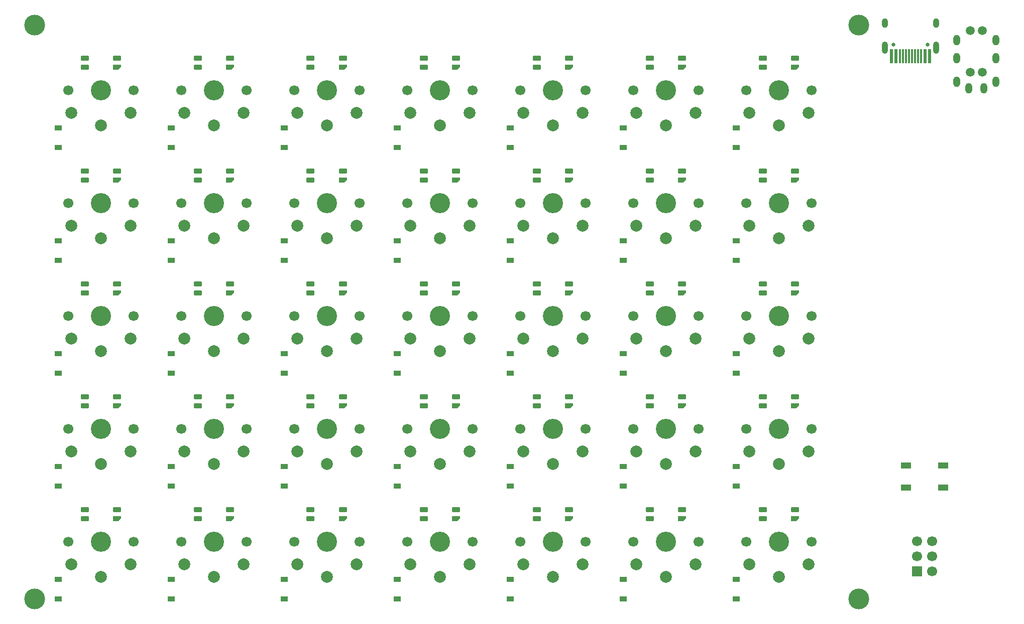
<source format=gbs>
%TF.GenerationSoftware,KiCad,Pcbnew,(6.0.6)*%
%TF.CreationDate,2022-09-05T00:53:00+08:00*%
%TF.ProjectId,5x07,35783037-2e6b-4696-9361-645f70636258,rev?*%
%TF.SameCoordinates,Original*%
%TF.FileFunction,Soldermask,Bot*%
%TF.FilePolarity,Negative*%
%FSLAX46Y46*%
G04 Gerber Fmt 4.6, Leading zero omitted, Abs format (unit mm)*
G04 Created by KiCad (PCBNEW (6.0.6)) date 2022-09-05 00:53:00*
%MOMM*%
%LPD*%
G01*
G04 APERTURE LIST*
G04 Aperture macros list*
%AMRoundRect*
0 Rectangle with rounded corners*
0 $1 Rounding radius*
0 $2 $3 $4 $5 $6 $7 $8 $9 X,Y pos of 4 corners*
0 Add a 4 corners polygon primitive as box body*
4,1,4,$2,$3,$4,$5,$6,$7,$8,$9,$2,$3,0*
0 Add four circle primitives for the rounded corners*
1,1,$1+$1,$2,$3*
1,1,$1+$1,$4,$5*
1,1,$1+$1,$6,$7*
1,1,$1+$1,$8,$9*
0 Add four rect primitives between the rounded corners*
20,1,$1+$1,$2,$3,$4,$5,0*
20,1,$1+$1,$4,$5,$6,$7,0*
20,1,$1+$1,$6,$7,$8,$9,0*
20,1,$1+$1,$8,$9,$2,$3,0*%
%AMFreePoly0*
4,1,18,-0.410000,0.593000,-0.403758,0.624380,-0.385983,0.650983,-0.359380,0.668758,-0.328000,0.675000,0.000000,0.675000,0.410000,0.265000,0.410000,-0.593000,0.403758,-0.624380,0.385983,-0.650983,0.359380,-0.668758,0.328000,-0.675000,-0.328000,-0.675000,-0.359380,-0.668758,-0.385983,-0.650983,-0.403758,-0.624380,-0.410000,-0.593000,-0.410000,0.593000,-0.410000,0.593000,$1*%
G04 Aperture macros list end*
%ADD10RoundRect,0.082000X-0.593000X0.328000X-0.593000X-0.328000X0.593000X-0.328000X0.593000X0.328000X0*%
%ADD11FreePoly0,270.000000*%
%ADD12R,1.200000X0.900000*%
%ADD13C,0.650000*%
%ADD14R,0.600000X2.450000*%
%ADD15R,0.300000X2.450000*%
%ADD16O,1.000000X1.600000*%
%ADD17O,1.000000X2.100000*%
%ADD18C,3.500000*%
%ADD19C,1.500000*%
%ADD20O,1.200000X1.800000*%
%ADD21C,1.700000*%
%ADD22C,3.400000*%
%ADD23C,2.000000*%
%ADD24R,1.700000X1.700000*%
%ADD25R,1.800000X1.100000*%
G04 APERTURE END LIST*
D10*
%TO.C,LED4*%
X121168750Y-38937500D03*
X121168750Y-40437500D03*
X126618750Y-38937500D03*
D11*
X126618750Y-40437500D03*
%TD*%
D12*
%TO.C,D22*%
X135732309Y-92136936D03*
X135732309Y-88836936D03*
%TD*%
D10*
%TO.C,LED19*%
X102062500Y-77037500D03*
X102062500Y-78537500D03*
X107512500Y-77037500D03*
D11*
X107512500Y-78537500D03*
%TD*%
D12*
%TO.C,D16*%
X59532309Y-73086936D03*
X59532309Y-69786936D03*
%TD*%
D10*
%TO.C,LED18*%
X121168750Y-77037500D03*
X121168750Y-78537500D03*
X126618750Y-77037500D03*
D11*
X126618750Y-78537500D03*
%TD*%
D10*
%TO.C,LED34*%
X83068750Y-115137500D03*
X83068750Y-116637500D03*
X88518750Y-115137500D03*
D11*
X88518750Y-116637500D03*
%TD*%
D10*
%TO.C,LED7*%
X64018750Y-38937500D03*
X64018750Y-40437500D03*
X69468750Y-38937500D03*
D11*
X69468750Y-40437500D03*
%TD*%
D12*
%TO.C,D20*%
X173832309Y-92136936D03*
X173832309Y-88836936D03*
%TD*%
%TO.C,D40*%
X173832309Y-130236936D03*
X173832309Y-126936936D03*
%TD*%
%TO.C,D2*%
X135732309Y-54036936D03*
X135732309Y-50736936D03*
%TD*%
D10*
%TO.C,LED20*%
X83068750Y-77037500D03*
X83068750Y-78537500D03*
X88518750Y-77037500D03*
D11*
X88518750Y-78537500D03*
%TD*%
D12*
%TO.C,D13*%
X116682309Y-73086936D03*
X116682309Y-69786936D03*
%TD*%
D13*
%TO.C,USB1*%
X206090000Y-36633750D03*
X200310000Y-36633750D03*
D14*
X199975000Y-38578750D03*
X200750000Y-38578750D03*
D15*
X201450000Y-38578750D03*
X201950000Y-38578750D03*
X202450000Y-38578750D03*
X202950000Y-38578750D03*
X203450000Y-38578750D03*
X203950000Y-38578750D03*
X204450000Y-38578750D03*
X204950000Y-38578750D03*
D14*
X205650000Y-38578750D03*
X206425000Y-38578750D03*
D16*
X207520000Y-32983750D03*
X198880000Y-32983750D03*
D17*
X198880000Y-37163750D03*
X207520000Y-37163750D03*
%TD*%
D12*
%TO.C,D23*%
X116682309Y-92136936D03*
X116682309Y-88836936D03*
%TD*%
%TO.C,D10*%
X173832309Y-73086936D03*
X173832309Y-69786936D03*
%TD*%
%TO.C,D35*%
X78582309Y-111186936D03*
X78582309Y-107886936D03*
%TD*%
D10*
%TO.C,LED11*%
X121168750Y-57987500D03*
X121168750Y-59487500D03*
X126618750Y-57987500D03*
D11*
X126618750Y-59487500D03*
%TD*%
D12*
%TO.C,D31*%
X154782309Y-111186936D03*
X154782309Y-107886936D03*
%TD*%
%TO.C,D3*%
X116682309Y-54036936D03*
X116682309Y-50736936D03*
%TD*%
%TO.C,D15*%
X78582309Y-73086936D03*
X78582309Y-69786936D03*
%TD*%
%TO.C,D34*%
X97632309Y-111186936D03*
X97632309Y-107886936D03*
%TD*%
D10*
%TO.C,LED35*%
X64018750Y-115137500D03*
X64018750Y-116637500D03*
X69468750Y-115137500D03*
D11*
X69468750Y-116637500D03*
%TD*%
D12*
%TO.C,D46*%
X59532309Y-130236936D03*
X59532309Y-126936936D03*
%TD*%
%TO.C,D36*%
X59532309Y-111186936D03*
X59532309Y-107886936D03*
%TD*%
D10*
%TO.C,LED5*%
X102062500Y-38937500D03*
X102062500Y-40437500D03*
X107512500Y-38937500D03*
D11*
X107512500Y-40437500D03*
%TD*%
D10*
%TO.C,LED24*%
X140218750Y-96087500D03*
X140218750Y-97587500D03*
X145668750Y-96087500D03*
D11*
X145668750Y-97587500D03*
%TD*%
D10*
%TO.C,LED13*%
X83068750Y-57987500D03*
X83068750Y-59487500D03*
X88518750Y-57987500D03*
D11*
X88518750Y-59487500D03*
%TD*%
D12*
%TO.C,D6*%
X59532309Y-54036936D03*
X59532309Y-50736936D03*
%TD*%
D10*
%TO.C,LED8*%
X178318750Y-57987500D03*
X178318750Y-59487500D03*
X183768750Y-57987500D03*
D11*
X183768750Y-59487500D03*
%TD*%
D10*
%TO.C,LED25*%
X121168750Y-96087500D03*
X121168750Y-97587500D03*
X126618750Y-96087500D03*
D11*
X126618750Y-97587500D03*
%TD*%
D12*
%TO.C,D1*%
X154782309Y-54036936D03*
X154782309Y-50736936D03*
%TD*%
%TO.C,D43*%
X116682309Y-130236936D03*
X116682309Y-126936936D03*
%TD*%
D10*
%TO.C,LED17*%
X140218750Y-77037500D03*
X140218750Y-78537500D03*
X145668750Y-77037500D03*
D11*
X145668750Y-78537500D03*
%TD*%
D18*
%TO.C,H2*%
X194468750Y-33337500D03*
%TD*%
D12*
%TO.C,D4*%
X97632309Y-54036936D03*
X97632309Y-50736936D03*
%TD*%
%TO.C,D21*%
X154782309Y-92136936D03*
X154782309Y-88836936D03*
%TD*%
D10*
%TO.C,LED30*%
X159268750Y-115137500D03*
X159268750Y-116637500D03*
X164718750Y-115137500D03*
D11*
X164718750Y-116637500D03*
%TD*%
D18*
%TO.C,H4*%
X194468750Y-130175000D03*
%TD*%
D12*
%TO.C,D42*%
X135732309Y-130236936D03*
X135732309Y-126936936D03*
%TD*%
D10*
%TO.C,LED27*%
X83068750Y-96087500D03*
X83068750Y-97587500D03*
X88518750Y-96087500D03*
D11*
X88518750Y-97587500D03*
%TD*%
D10*
%TO.C,LED1*%
X178318750Y-38937500D03*
X178318750Y-40437500D03*
X183768750Y-38937500D03*
D11*
X183768750Y-40437500D03*
%TD*%
D12*
%TO.C,D24*%
X97632309Y-92136936D03*
X97632309Y-88836936D03*
%TD*%
%TO.C,D45*%
X78582309Y-130236936D03*
X78582309Y-126936936D03*
%TD*%
%TO.C,D30*%
X173832309Y-111186936D03*
X173832309Y-107886936D03*
%TD*%
%TO.C,D14*%
X97632309Y-73086936D03*
X97632309Y-69786936D03*
%TD*%
D10*
%TO.C,LED14*%
X64018750Y-57987500D03*
X64018750Y-59487500D03*
X69468750Y-57987500D03*
D11*
X69468750Y-59487500D03*
%TD*%
D10*
%TO.C,LED28*%
X64018750Y-96087500D03*
X64018750Y-97587500D03*
X69468750Y-96087500D03*
D11*
X69468750Y-97587500D03*
%TD*%
D10*
%TO.C,LED15*%
X178318750Y-77037500D03*
X178318750Y-78537500D03*
X183768750Y-77037500D03*
D11*
X183768750Y-78537500D03*
%TD*%
D12*
%TO.C,D32*%
X135732309Y-111186936D03*
X135732309Y-107886936D03*
%TD*%
D10*
%TO.C,LED32*%
X121168750Y-115137500D03*
X121168750Y-116637500D03*
X126618750Y-115137500D03*
D11*
X126618750Y-116637500D03*
%TD*%
D12*
%TO.C,D33*%
X116682309Y-111186936D03*
X116682309Y-107886936D03*
%TD*%
D10*
%TO.C,LED21*%
X64018750Y-77037500D03*
X64018750Y-78537500D03*
X69468750Y-77037500D03*
D11*
X69468750Y-78537500D03*
%TD*%
D10*
%TO.C,LED6*%
X83068750Y-38937500D03*
X83068750Y-40437500D03*
X88518750Y-38937500D03*
D11*
X88518750Y-40437500D03*
%TD*%
D12*
%TO.C,D12*%
X135732309Y-73086936D03*
X135732309Y-69786936D03*
%TD*%
D10*
%TO.C,LED23*%
X159268750Y-96087500D03*
X159268750Y-97587500D03*
X164718750Y-96087500D03*
D11*
X164718750Y-97587500D03*
%TD*%
D18*
%TO.C,H1*%
X55562500Y-33337500D03*
%TD*%
D10*
%TO.C,LED29*%
X178318750Y-115137500D03*
X178318750Y-116637500D03*
X183768750Y-115137500D03*
D11*
X183768750Y-116637500D03*
%TD*%
D12*
%TO.C,D11*%
X154782309Y-73086936D03*
X154782309Y-69786936D03*
%TD*%
D10*
%TO.C,LED16*%
X159268750Y-77037500D03*
X159268750Y-78537500D03*
X164718750Y-77037500D03*
D11*
X164718750Y-78537500D03*
%TD*%
D10*
%TO.C,LED3*%
X140218750Y-38937500D03*
X140218750Y-40437500D03*
X145668750Y-38937500D03*
D11*
X145668750Y-40437500D03*
%TD*%
D12*
%TO.C,D0*%
X173832309Y-54036936D03*
X173832309Y-50736936D03*
%TD*%
D10*
%TO.C,LED22*%
X178318750Y-96087500D03*
X178318750Y-97587500D03*
X183768750Y-96087500D03*
D11*
X183768750Y-97587500D03*
%TD*%
D10*
%TO.C,LED26*%
X102062500Y-96087500D03*
X102062500Y-97587500D03*
X107512500Y-96087500D03*
D11*
X107512500Y-97587500D03*
%TD*%
D18*
%TO.C,H3*%
X55562500Y-130175000D03*
%TD*%
D12*
%TO.C,D26*%
X59532309Y-92136936D03*
X59532309Y-88836936D03*
%TD*%
D10*
%TO.C,LED33*%
X102062500Y-115137500D03*
X102062500Y-116637500D03*
X107512500Y-115137500D03*
D11*
X107512500Y-116637500D03*
%TD*%
D10*
%TO.C,LED12*%
X102062500Y-57987500D03*
X102062500Y-59487500D03*
X107512500Y-57987500D03*
D11*
X107512500Y-59487500D03*
%TD*%
D10*
%TO.C,LED10*%
X140218750Y-57987500D03*
X140218750Y-59487500D03*
X145668750Y-57987500D03*
D11*
X145668750Y-59487500D03*
%TD*%
D19*
%TO.C,J2*%
X213296500Y-34293750D03*
X215328500Y-41293750D03*
X215328500Y-34293750D03*
X213296500Y-41293750D03*
D20*
X215596500Y-43993750D03*
X213028500Y-43993750D03*
X210996500Y-38893750D03*
X217628500Y-38893750D03*
X210996500Y-35893750D03*
X217628500Y-35893750D03*
X210996500Y-42893750D03*
X217628500Y-42893750D03*
%TD*%
D10*
%TO.C,LED31*%
X140218750Y-115137500D03*
X140218750Y-116637500D03*
X145668750Y-115137500D03*
D11*
X145668750Y-116637500D03*
%TD*%
D12*
%TO.C,D25*%
X78582309Y-92136936D03*
X78582309Y-88836936D03*
%TD*%
D10*
%TO.C,LED2*%
X159268750Y-38937500D03*
X159268750Y-40437500D03*
X164718750Y-38937500D03*
D11*
X164718750Y-40437500D03*
%TD*%
D12*
%TO.C,D5*%
X78582309Y-54036936D03*
X78582309Y-50736936D03*
%TD*%
%TO.C,D41*%
X154782309Y-130236936D03*
X154782309Y-126936936D03*
%TD*%
D10*
%TO.C,LED9*%
X159268750Y-57987500D03*
X159268750Y-59487500D03*
X164718750Y-57987500D03*
D11*
X164718750Y-59487500D03*
%TD*%
D12*
%TO.C,D44*%
X97632309Y-130236936D03*
X97632309Y-126936936D03*
%TD*%
D21*
%TO.C,K41*%
X156491446Y-120588407D03*
X167491446Y-120588407D03*
D22*
X161991446Y-120588407D03*
D23*
X156991446Y-124388407D03*
X166991446Y-124388407D03*
X161991446Y-126488407D03*
%TD*%
D21*
%TO.C,K20*%
X175541310Y-82487500D03*
X186541310Y-82487500D03*
D22*
X181041310Y-82487500D03*
D23*
X186041310Y-86287500D03*
X176041310Y-86287500D03*
X181041310Y-88387500D03*
%TD*%
D21*
%TO.C,K46*%
X72243750Y-120587500D03*
X61243750Y-120587500D03*
D22*
X66743750Y-120587500D03*
D23*
X71743750Y-124387500D03*
X61743750Y-124387500D03*
X66743750Y-126487500D03*
%TD*%
D22*
%TO.C,K36*%
X66743750Y-101537500D03*
D21*
X61243750Y-101537500D03*
X72243750Y-101537500D03*
D23*
X71743750Y-105337500D03*
X61743750Y-105337500D03*
X66743750Y-107437500D03*
%TD*%
D21*
%TO.C,K12*%
X137441914Y-63437625D03*
X148441914Y-63437625D03*
D22*
X142941914Y-63437625D03*
D23*
X137941914Y-67237625D03*
X147941914Y-67237625D03*
X142941914Y-69337625D03*
%TD*%
D22*
%TO.C,K22*%
X142943390Y-82487020D03*
D21*
X137443390Y-82487020D03*
X148443390Y-82487020D03*
D23*
X137943390Y-86287020D03*
X147943390Y-86287020D03*
X142943390Y-88387020D03*
%TD*%
D21*
%TO.C,K35*%
X80293750Y-101537500D03*
X91293750Y-101537500D03*
D22*
X85793750Y-101537500D03*
D23*
X90793750Y-105337500D03*
X80793750Y-105337500D03*
X85793750Y-107437500D03*
%TD*%
D21*
%TO.C,K23*%
X129393750Y-82487500D03*
D22*
X123893750Y-82487500D03*
D21*
X118393750Y-82487500D03*
D23*
X128893750Y-86287500D03*
X118893750Y-86287500D03*
X123893750Y-88387500D03*
%TD*%
D21*
%TO.C,K5*%
X91293750Y-44387500D03*
X80293750Y-44387500D03*
D22*
X85793750Y-44387500D03*
D23*
X90793750Y-48187500D03*
X80793750Y-48187500D03*
X85793750Y-50287500D03*
%TD*%
D21*
%TO.C,K40*%
X175543018Y-120587500D03*
X186543018Y-120587500D03*
D22*
X181043018Y-120587500D03*
D23*
X186043018Y-124387500D03*
X176043018Y-124387500D03*
X181043018Y-126487500D03*
%TD*%
D21*
%TO.C,K44*%
X110287500Y-120587500D03*
D22*
X104787500Y-120587500D03*
D21*
X99287500Y-120587500D03*
D23*
X99787500Y-124387500D03*
X109787500Y-124387500D03*
X104787500Y-126487500D03*
%TD*%
D22*
%TO.C,K34*%
X104787500Y-101537500D03*
D21*
X110287500Y-101537500D03*
X99287500Y-101537500D03*
D23*
X109787500Y-105337500D03*
X99787500Y-105337500D03*
X104787500Y-107437500D03*
%TD*%
D22*
%TO.C,K32*%
X142943749Y-101536313D03*
D21*
X148443749Y-101536313D03*
X137443749Y-101536313D03*
D23*
X147943749Y-105336313D03*
X137943749Y-105336313D03*
X142943749Y-107436313D03*
%TD*%
D22*
%TO.C,K43*%
X123893750Y-120587500D03*
D21*
X129393750Y-120587500D03*
X118393750Y-120587500D03*
D23*
X128893750Y-124387500D03*
X118893750Y-124387500D03*
X123893750Y-126487500D03*
%TD*%
D21*
%TO.C,K15*%
X80293750Y-63437500D03*
X91293750Y-63437500D03*
D22*
X85793750Y-63437500D03*
D23*
X80793750Y-67237500D03*
X90793750Y-67237500D03*
X85793750Y-69337500D03*
%TD*%
D21*
%TO.C,K14*%
X99287500Y-63437500D03*
X110287500Y-63437500D03*
D22*
X104787500Y-63437500D03*
D23*
X99787500Y-67237500D03*
X109787500Y-67237500D03*
X104787500Y-69337500D03*
%TD*%
D21*
%TO.C,K0*%
X186541310Y-44387500D03*
X175541310Y-44387500D03*
D22*
X181041310Y-44387500D03*
D23*
X176041310Y-48187500D03*
X186041310Y-48187500D03*
X181041310Y-50287500D03*
%TD*%
D21*
%TO.C,K2*%
X148440252Y-44387477D03*
D22*
X142940252Y-44387477D03*
D21*
X137440252Y-44387477D03*
D23*
X147940252Y-48187477D03*
X137940252Y-48187477D03*
X142940252Y-50287477D03*
%TD*%
D22*
%TO.C,K26*%
X66743750Y-82487500D03*
D21*
X61243750Y-82487500D03*
X72243750Y-82487500D03*
D23*
X61743750Y-86287500D03*
X71743750Y-86287500D03*
X66743750Y-88387500D03*
%TD*%
D21*
%TO.C,K13*%
X129393750Y-63437500D03*
X118393750Y-63437500D03*
D22*
X123893750Y-63437500D03*
D23*
X118893750Y-67237500D03*
X128893750Y-67237500D03*
X123893750Y-69337500D03*
%TD*%
D22*
%TO.C,K1*%
X161990216Y-44387052D03*
D21*
X156490216Y-44387052D03*
X167490216Y-44387052D03*
D23*
X156990216Y-48187052D03*
X166990216Y-48187052D03*
X161990216Y-50287052D03*
%TD*%
D21*
%TO.C,K4*%
X99287500Y-44387500D03*
X110287500Y-44387500D03*
D22*
X104787500Y-44387500D03*
D23*
X109787500Y-48187500D03*
X99787500Y-48187500D03*
X104787500Y-50287500D03*
%TD*%
D22*
%TO.C,K6*%
X66743750Y-44387500D03*
D21*
X61243750Y-44387500D03*
X72243750Y-44387500D03*
D23*
X61743750Y-48187500D03*
X71743750Y-48187500D03*
X66743750Y-50287500D03*
%TD*%
D21*
%TO.C,J1*%
X206851250Y-120491250D03*
X204311250Y-120491250D03*
X206851250Y-123031250D03*
X204311250Y-123031250D03*
X206851250Y-125571250D03*
D24*
X204311250Y-125571250D03*
%TD*%
D22*
%TO.C,K21*%
X161992926Y-82486455D03*
D21*
X167492926Y-82486455D03*
X156492926Y-82486455D03*
D23*
X166992926Y-86286455D03*
X156992926Y-86286455D03*
X161992926Y-88386455D03*
%TD*%
D21*
%TO.C,K24*%
X99287500Y-82487500D03*
D22*
X104787500Y-82487500D03*
D21*
X110287500Y-82487500D03*
D23*
X109787500Y-86287500D03*
X99787500Y-86287500D03*
X104787500Y-88387500D03*
%TD*%
D22*
%TO.C,K16*%
X66743750Y-63437500D03*
D21*
X61243750Y-63437500D03*
X72243750Y-63437500D03*
D23*
X61743750Y-67237500D03*
X71743750Y-67237500D03*
X66743750Y-69337500D03*
%TD*%
D22*
%TO.C,K11*%
X161991197Y-63438204D03*
D21*
X156491197Y-63438204D03*
X167491197Y-63438204D03*
D23*
X156991197Y-67238204D03*
X166991197Y-67238204D03*
X161991197Y-69338204D03*
%TD*%
D22*
%TO.C,K30*%
X181043750Y-101537500D03*
D21*
X186543750Y-101537500D03*
X175543750Y-101537500D03*
D23*
X176043750Y-105337500D03*
X186043750Y-105337500D03*
X181043750Y-107437500D03*
%TD*%
D25*
%TO.C,SW1*%
X202481250Y-111387500D03*
X208681250Y-111387500D03*
X202481250Y-107687500D03*
X208681250Y-107687500D03*
%TD*%
D21*
%TO.C,K42*%
X137442431Y-120588881D03*
D22*
X142942431Y-120588881D03*
D21*
X148442431Y-120588881D03*
D23*
X137942431Y-124388881D03*
X147942431Y-124388881D03*
X142942431Y-126488881D03*
%TD*%
D22*
%TO.C,K45*%
X85793750Y-120587500D03*
D21*
X91293750Y-120587500D03*
X80293750Y-120587500D03*
D23*
X80793750Y-124387500D03*
X90793750Y-124387500D03*
X85793750Y-126487500D03*
%TD*%
D21*
%TO.C,K33*%
X129393750Y-101537500D03*
D22*
X123893750Y-101537500D03*
D21*
X118393750Y-101537500D03*
D23*
X118893750Y-105337500D03*
X128893750Y-105337500D03*
X123893750Y-107437500D03*
%TD*%
D21*
%TO.C,K3*%
X118393750Y-44387500D03*
X129393750Y-44387500D03*
D22*
X123893750Y-44387500D03*
D23*
X128893750Y-48187500D03*
X118893750Y-48187500D03*
X123893750Y-50287500D03*
%TD*%
D22*
%TO.C,K10*%
X181041310Y-63437500D03*
D21*
X186541310Y-63437500D03*
X175541310Y-63437500D03*
D23*
X176041310Y-67237500D03*
X186041310Y-67237500D03*
X181041310Y-69337500D03*
%TD*%
D22*
%TO.C,K31*%
X161993750Y-101536709D03*
D21*
X167493750Y-101536709D03*
X156493750Y-101536709D03*
D23*
X156993750Y-105336709D03*
X166993750Y-105336709D03*
X161993750Y-107436709D03*
%TD*%
D21*
%TO.C,K25*%
X91293750Y-82487500D03*
X80293750Y-82487500D03*
D22*
X85793750Y-82487500D03*
D23*
X90793750Y-86287500D03*
X80793750Y-86287500D03*
X85793750Y-88387500D03*
%TD*%
M02*

</source>
